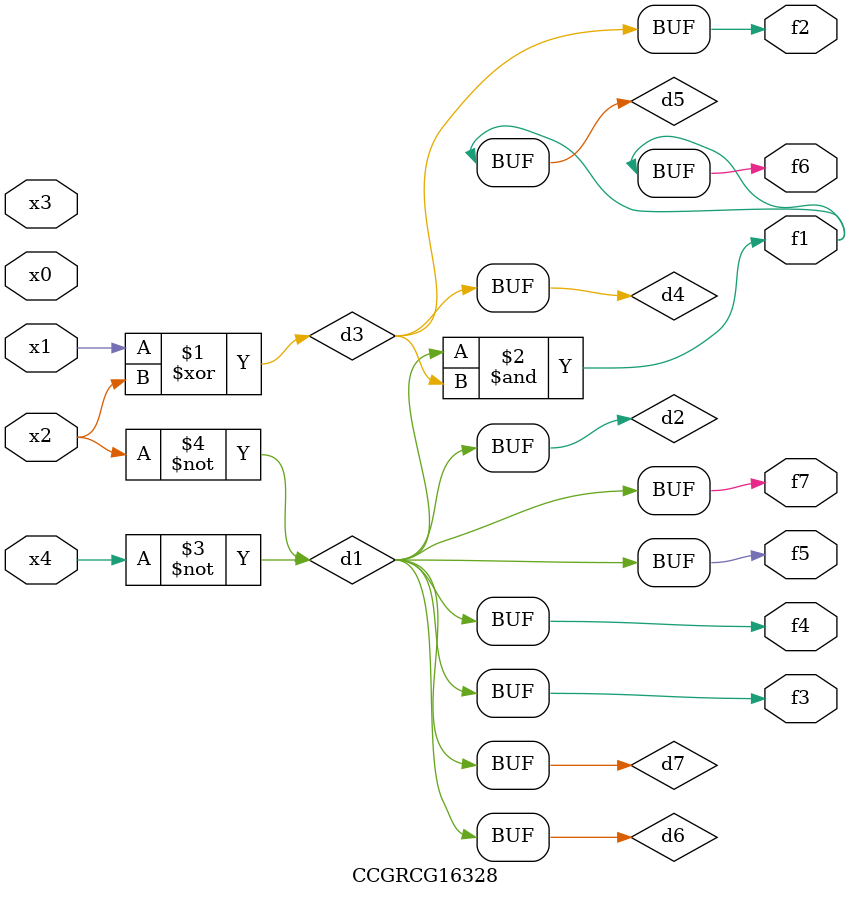
<source format=v>
module CCGRCG16328(
	input x0, x1, x2, x3, x4,
	output f1, f2, f3, f4, f5, f6, f7
);

	wire d1, d2, d3, d4, d5, d6, d7;

	not (d1, x4);
	not (d2, x2);
	xor (d3, x1, x2);
	buf (d4, d3);
	and (d5, d1, d3);
	buf (d6, d1, d2);
	buf (d7, d2);
	assign f1 = d5;
	assign f2 = d4;
	assign f3 = d7;
	assign f4 = d7;
	assign f5 = d7;
	assign f6 = d5;
	assign f7 = d7;
endmodule

</source>
